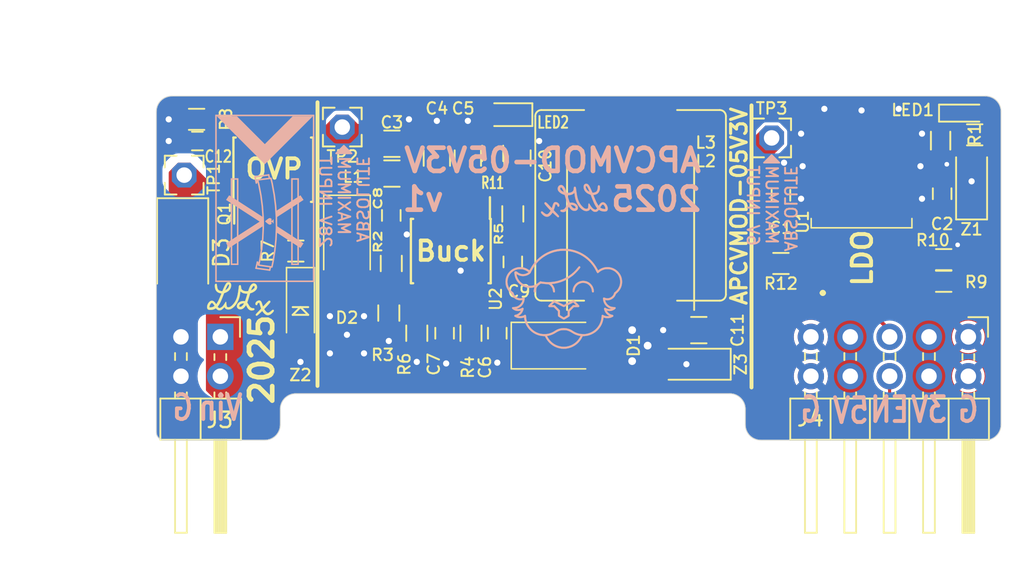
<source format=kicad_pcb>
(kicad_pcb
	(version 20240108)
	(generator "pcbnew")
	(generator_version "8.0")
	(general
		(thickness 1.6)
		(legacy_teardrops no)
	)
	(paper "A4")
	(layers
		(0 "F.Cu" signal)
		(31 "B.Cu" signal)
		(32 "B.Adhes" user "B.Adhesive")
		(33 "F.Adhes" user "F.Adhesive")
		(34 "B.Paste" user)
		(35 "F.Paste" user)
		(36 "B.SilkS" user "B.Silkscreen")
		(37 "F.SilkS" user "F.Silkscreen")
		(38 "B.Mask" user)
		(39 "F.Mask" user)
		(40 "Dwgs.User" user "User.Drawings")
		(41 "Cmts.User" user "User.Comments")
		(42 "Eco1.User" user "User.Eco1")
		(43 "Eco2.User" user "User.Eco2")
		(44 "Edge.Cuts" user)
		(45 "Margin" user)
		(46 "B.CrtYd" user "B.Courtyard")
		(47 "F.CrtYd" user "F.Courtyard")
		(48 "B.Fab" user)
		(49 "F.Fab" user)
	)
	(setup
		(stackup
			(layer "F.SilkS"
				(type "Top Silk Screen")
			)
			(layer "F.Paste"
				(type "Top Solder Paste")
			)
			(layer "F.Mask"
				(type "Top Solder Mask")
				(thickness 0.01)
			)
			(layer "F.Cu"
				(type "copper")
				(thickness 0.035)
			)
			(layer "dielectric 1"
				(type "core")
				(thickness 1.51)
				(material "FR4")
				(epsilon_r 4.5)
				(loss_tangent 0.02)
			)
			(layer "B.Cu"
				(type "copper")
				(thickness 0.035)
			)
			(layer "B.Mask"
				(type "Bottom Solder Mask")
				(thickness 0.01)
			)
			(layer "B.Paste"
				(type "Bottom Solder Paste")
			)
			(layer "B.SilkS"
				(type "Bottom Silk Screen")
			)
			(copper_finish "None")
			(dielectric_constraints no)
		)
		(pad_to_mask_clearance 0.051)
		(solder_mask_min_width 0.25)
		(allow_soldermask_bridges_in_footprints no)
		(pcbplotparams
			(layerselection 0x0021020_7fffffff)
			(plot_on_all_layers_selection 0x0001000_00000000)
			(disableapertmacros no)
			(usegerberextensions no)
			(usegerberattributes no)
			(usegerberadvancedattributes no)
			(creategerberjobfile no)
			(dashed_line_dash_ratio 12.000000)
			(dashed_line_gap_ratio 3.000000)
			(svgprecision 4)
			(plotframeref no)
			(viasonmask no)
			(mode 1)
			(useauxorigin no)
			(hpglpennumber 1)
			(hpglpenspeed 20)
			(hpglpendiameter 15.000000)
			(pdf_front_fp_property_popups yes)
			(pdf_back_fp_property_popups yes)
			(dxfpolygonmode yes)
			(dxfimperialunits yes)
			(dxfusepcbnewfont yes)
			(psnegative no)
			(psa4output no)
			(plotreference yes)
			(plotvalue no)
			(plotfptext yes)
			(plotinvisibletext yes)
			(sketchpadsonfab no)
			(subtractmaskfromsilk no)
			(outputformat 5)
			(mirror no)
			(drillshape 2)
			(scaleselection 1)
			(outputdirectory "board/svg/")
		)
	)
	(net 0 "")
	(net 1 "+3V3")
	(net 2 "Vh")
	(net 3 "/VHp")
	(net 4 "/LED_EN")
	(net 5 "/LED_R")
	(net 6 "/OVP/OVP_SW")
	(net 7 "/OVP/OVP_TRIG")
	(net 8 "/EN_5V")
	(net 9 "/LDO_ADJ")
	(net 10 "GND")
	(net 11 "/EN_3V")
	(net 12 "+5V")
	(net 13 "/5V/BuckIn")
	(net 14 "/5V/COMP_Z")
	(net 15 "/5V/COMP")
	(net 16 "/5V/SS")
	(net 17 "/5V/BOOT")
	(net 18 "/5V/VBsw")
	(net 19 "/5V/FB")
	(net 20 "/5VLED_R")
	(footprint "Pin_Headers:Pin_Header_Angled_2x02_Pitch2.54mm" (layer "F.Cu") (at 24.13 38.735 -90))
	(footprint "TPW-Passive:C_0603_HandSoldering-Medium" (layer "F.Cu") (at 22.65 26.1 180))
	(footprint "TPW-Passive:C_0805_0603_HandSoldering-Medium" (layer "F.Cu") (at 40.1 27.199999 90))
	(footprint "TPW-Passive:L_0805_0603_HandSoldering-Medium" (layer "F.Cu") (at 35.2 28.2 180))
	(footprint "TPW-Passive:R_0603_HandSoldering-Medium" (layer "F.Cu") (at 29 33.2))
	(footprint "Housings_SOIC:SOIC-8_3.9x4.9mm_Pitch1.27mm" (layer "F.Cu") (at 27.55 27.95 90))
	(footprint "TPW-Passive:C_0603_HandSoldering-Medium" (layer "F.Cu") (at 38.6 38.5 -90))
	(footprint "TPW-Passive:C_0603_HandSoldering-Medium" (layer "F.Cu") (at 43.000001 33.9 90))
	(footprint "TPW-Passive:C_0603_HandSoldering-Medium" (layer "F.Cu") (at 42.000001 38.5 -90))
	(footprint "TPW-Passive:R_0603_HandSoldering-Medium" (layer "F.Cu") (at 43.000001 30.8 -90))
	(footprint "TPW-Passive:R_0603_HandSoldering-Medium" (layer "F.Cu") (at 36.805001 38.499999 -90))
	(footprint "TPW-Passive:R_0603_HandSoldering-Medium" (layer "F.Cu") (at 40.3 38.5 -90))
	(footprint "TPW-Passive:R_0603_HandSoldering-Medium" (layer "F.Cu") (at 35 37.2 -90))
	(footprint "Housings_SOIC:SOIC-8_3.9x4.9mm_Pitch1.27mm" (layer "F.Cu") (at 39 33.2 -90))
	(footprint "TPW-Passive:DO-214AC_V2_Handsolder" (layer "F.Cu") (at 46.400001 39.3))
	(footprint "TPW-Passive:C_0805_0603_HandSoldering-Medium" (layer "F.Cu") (at 38.1 27.2 90))
	(footprint "TPW-Passive:R_0603_HandSoldering-Medium" (layer "F.Cu") (at 35.159771 34 90))
	(footprint "TPW-Passive:C_0805_0603_HandSoldering-Medium" (layer "F.Cu") (at 35.2 26.275))
	(footprint "TPW-Connectors:TestPoint-PTH-1.0mm-Octagon" (layer "F.Cu") (at 32 25.2))
	(footprint "TPW-Passive:C_0603_HandSoldering-Medium" (layer "F.Cu") (at 60.3 29.6 90))
	(footprint "TPW-Passive:R_0603_HandSoldering-Medium" (layer "F.Cu") (at 72.8 25.7 180))
	(footprint "TPW-Connectors:Jumper-Solder-Wedge-30V" (layer "F.Cu") (at 70.6 26.2 -90))
	(footprint "TPW-Connectors:TestPoint-PTH-1.0mm-Octagon" (layer "F.Cu") (at 59.7 25.9))
	(footprint "Connector_PinHeader_2.54mm:PinHeader_2x05_P2.54mm_Horizontal" (layer "F.Cu") (at 72.39 38.735 -90))
	(footprint "TPW-Passive:C_0603_HandSoldering-Medium" (layer "F.Cu") (at 35.159771 30.9 -90))
	(footprint "TPW-Passive:DO-214AC_V2_Handsolder" (layer "F.Cu") (at 32.3 33.1 -90))
	(footprint "LEDs:LED_0603_HandSoldering" (layer "F.Cu") (at 72.3 24.3))
	(footprint "TPW-Passive:C_0805_0603_HandSoldering-Medium" (layer "F.Cu") (at 55 38.3))
	(footprint "Diode_SMD:D_SOD-123" (layer "F.Cu") (at 72.6 28.8 90))
	(footprint "STMicroelectronics:LF50ABPTTR" (layer "F.Cu") (at 65.5 30.8 90))
	(footprint "TPW-Passive:R_0603_HandSoldering-Medium" (layer "F.Cu") (at 70.8 33.75 180))
	(footprint "TPW-Passive:R_0603_HandSoldering-Medium" (layer "F.Cu") (at 70.8 35.15 180))
	(footprint "TPW-Passive:C_0603_HandSoldering-Medium" (layer "F.Cu") (at 70.7 29.5 90))
	(footprint "TPW-Connectors:TestPoint-PTH-1.0mm-Octagon"
		(layer "F.Cu")
		(uuid "00000000-0000-0000-0000-000065843db8")
		(at 21.8 28.3 180)
		(descr "Through hole straight pin header, 1x01, 2.54mm pitch, single row, test point")
		(tags "Through hole pin header THT 1x01 2.54mm single row test point")
		(property "Reference" "TP1"
			(at -1.905 -0.254 -90)
			(layer "F.SilkS")
			(uuid "fa2f0436-a38b-402b-9b2b-7db15ed17cc0")
			(effects
				(font
					(size 0.75 0.75)
					(thickness 0.125)
				)
			)
		)
		(property "Value" "Vh"
			(at 0 1.9 0)
			(layer "F.Fab")
			(hide yes)
			(uuid "76d07d82-568b-4bf0-891e-6b6e121a29f0")
			(effects
				(font
					(size 0.75 0.75)
					(thickness 0.125)
				)
			)
		)
		(property "Footprint" "TPW-Connectors:TestPoint-PTH-1.0mm-Octagon"
			(at 0 0 0)
			(layer "F.Fab")
			(hide yes)
			(uuid "71bb4cac-8948-4b28-a173-c71e52d0d36f")
			(effects
				(font
					(size 1.27 1.27)
					(thickness 0.15)
				)
			)
		)
		(property "Datasheet" ""
			(at 0 0 0)
			(layer "F.Fab")
			(hide yes)
			(uuid "2573c0bd-5584-4cee-9f33-cd50191f3a44")
			(effects
				(font
					(size 1.27 1.27)
					(thickness 0.15)
				)
			)
		)
		(property "Description" "test point"
			(at 0 0 0)
			(layer "F.Fab")
			(hide yes)
			(uuid "12ceba5f-82cb-42ac-af7e-e47d943718f6")
			(effects
				(font
					(size 1.27 1.27)
					(thickness 0.15)
				)
			)
		)
		(property "Part" ""
			(at 0 0 180)
			(unlocked yes)
			(layer "F.Fab")
			(hide yes)
			(uuid "fed439a9-6cbb-45ee-b217-588f1e22443f")
			(effects
				(font
					(size 1 1)
					(thickness 0.15)
				)
			)
		)
		(property "Vendor" ""
			(at 0 0 180)
			(unlocked yes)
			(layer "F.Fab")
			(hide yes)
			(uuid "88dba9c7-07df-4011-b222-1d868bf8edf8")
			(effects
				(font
					(size 1 1)
					(thickness 0.15)
				)
			)
		)
		(property "PartAlt" ""
			(at 0 0 180)
			(unlocked yes)
			(layer "F.Fab")
			(hide yes)
			(uuid "7b039867-629e-4d19-bdc4-fb38ec91f620")
			(effects
				(font
					(size 1 1)
					(thickness 0.15)
				)
			)
		)
		(property ki_fp_filters "Pin* Test*")
		(path "/00000000-0000-0000-0000-00006505d441")
		(sheetname "Root")
		(sheetfile "ModPSU-5V-Buck-3V3.kicad_sch")
		(attr through_hole)
		(fp_line
			(start 1.25 1.25)
			(end 1.25 0.5)
			(stroke
				(width 0.125)
				(type solid)
			)
			(layer "F.SilkS")
			(uuid "9b8b2c05-cdc8-4ce4-9ca1-8fcbd540c253")
		)
		(fp_line
			(start 1.25 1.25)
			(end 0.5 1.25)
			(stroke
				(width 0.125)
				(type solid)
			)
			(layer "F.SilkS")
			(uuid "2bf5fe86-91b0-4021-aee0-23272f707a49")
		)
		(fp_line
			(start 1.25 -1.25)
			(end 1.25 -0.5)
			(stroke
				(width 0.125)
				(type solid)
			)
			(layer "F.SilkS")
			(uuid "021b02ec-0e42-447c-bc16-482bb32b04c2")
		)
		(fp_line
			(start 1.25 -1.25)
			(end 0.5 -1.25)
			(stroke
				(width 0.125)
				(type solid)
			)
			(layer "F.SilkS")
			(uuid "aa115629-5a4a-4616-b458-4c7e8e515a0a")
		)
		(fp_line
			(start -1.25 1.25)
			(end -0.5 1.25)
			(stroke
				(width 0.125)
				(type solid)
			)
			(layer "F.SilkS")
			(uuid "2e8abd26-253a-4eb8-b78d-786f01f5dec9")
		)
		(fp_line
			(start -1.25 1.25)
			(end -1.25 0.5)
			(stroke
				(width 0.125)
				(type solid)
			)
			(layer "F.SilkS")
			(uuid "e6d63b7c-7ac8-4be4-aa13-b1dbdc34cb4c")
		)
		(fp_line
			(start -1.25 -1.25)
			(end -0.5 -1.25)
			(stroke
				(width 0.125)
				(type solid)
			)
			(layer "F.SilkS")
			(uuid "7c74178e-84b6-431e-9fa3-278999299558")
		)
		(fp_line
			(start -1.25 -1.25)
			(end -1.25 -0.5)
			(stroke
				(width 0.125)
				(type solid)
			)
			(layer "F.SilkS")
			(uuid "196d5b03-dabb-467f-957b-f92940d7edbe")
		)
		(fp_line
			(start 1.35 1.35)
			(end 1.35 -1.35)
			(stroke
				(width 0.05)
				(type solid)
			)
			(layer "F.CrtYd")
			(uuid "dfa17e40-37a6-4405-956d-150eb2d0daae")
		)
		(fp_line
			(start 1.35 -1.35)
			(end -1.35 -1.35)
			(stroke
				(width 0.05)
				(type solid)
			)
			(layer "F.CrtYd")
			(uuid "5da08c62-dc29-416e-8d81-ca27b0453d8e")
		)
		(fp_line
			(start -1.35 1.35)
... [271799 chars truncated]
</source>
